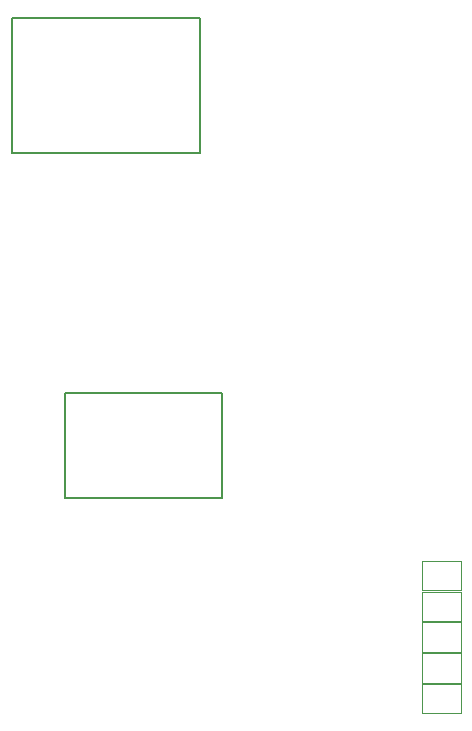
<source format=gbr>
%TF.GenerationSoftware,KiCad,Pcbnew,7.0.7*%
%TF.CreationDate,2024-01-30T18:09:48+01:00*%
%TF.ProjectId,v0.4.4c,76302e34-2e34-4632-9e6b-696361645f70,4c*%
%TF.SameCoordinates,Original*%
%TF.FileFunction,Other,User*%
%FSLAX46Y46*%
G04 Gerber Fmt 4.6, Leading zero omitted, Abs format (unit mm)*
G04 Created by KiCad (PCBNEW 7.0.7) date 2024-01-30 18:09:48*
%MOMM*%
%LPD*%
G01*
G04 APERTURE LIST*
%ADD10C,0.150000*%
%ADD11C,0.050000*%
G04 APERTURE END LIST*
D10*
X103650000Y-63985000D02*
X103650000Y-75415000D01*
X108095000Y-95735000D02*
X108095000Y-104625000D01*
X108095000Y-95735000D02*
X121430000Y-95735000D01*
X108095000Y-104625000D02*
X121430000Y-104625000D01*
X119525000Y-63985000D02*
X103650000Y-63985000D01*
X119525000Y-63985000D02*
X119525000Y-75415000D01*
X119525000Y-75415000D02*
X103650000Y-75415000D01*
X121430000Y-95735000D02*
X121430000Y-104625000D01*
D11*
X141650000Y-115150000D02*
X141650000Y-117650000D01*
X141650000Y-115150000D02*
X138350000Y-115150000D01*
X138350000Y-117650000D02*
X141650000Y-117650000D01*
X138350000Y-117650000D02*
X138350000Y-115150000D01*
X141650000Y-109950000D02*
X141650000Y-112450000D01*
X141650000Y-109950000D02*
X138350000Y-109950000D01*
X138350000Y-112450000D02*
X141650000Y-112450000D01*
X138350000Y-112450000D02*
X138350000Y-109950000D01*
X141650000Y-112550000D02*
X141650000Y-115050000D01*
X141650000Y-112550000D02*
X138350000Y-112550000D01*
X138350000Y-115050000D02*
X141650000Y-115050000D01*
X138350000Y-115050000D02*
X138350000Y-112550000D01*
X141650000Y-117750000D02*
X141650000Y-120250000D01*
X141650000Y-117750000D02*
X138350000Y-117750000D01*
X138350000Y-120250000D02*
X141650000Y-120250000D01*
X138350000Y-120250000D02*
X138350000Y-117750000D01*
X141650000Y-120350000D02*
X141650000Y-122850000D01*
X141650000Y-120350000D02*
X138350000Y-120350000D01*
X138350000Y-122850000D02*
X141650000Y-122850000D01*
X138350000Y-122850000D02*
X138350000Y-120350000D01*
M02*

</source>
